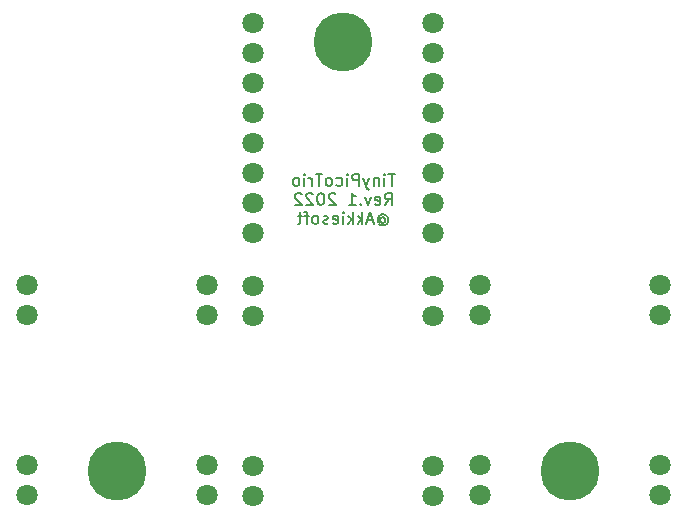
<source format=gbr>
%TF.GenerationSoftware,KiCad,Pcbnew,(6.0.5-0)*%
%TF.CreationDate,2022-06-14T22:50:01+09:00*%
%TF.ProjectId,tinypicotrio,74696e79-7069-4636-9f74-72696f2e6b69,rev?*%
%TF.SameCoordinates,Original*%
%TF.FileFunction,Soldermask,Bot*%
%TF.FilePolarity,Negative*%
%FSLAX46Y46*%
G04 Gerber Fmt 4.6, Leading zero omitted, Abs format (unit mm)*
G04 Created by KiCad (PCBNEW (6.0.5-0)) date 2022-06-14 22:50:01*
%MOMM*%
%LPD*%
G01*
G04 APERTURE LIST*
%ADD10C,0.150000*%
%ADD11C,5.000000*%
%ADD12C,1.800000*%
G04 APERTURE END LIST*
D10*
X152058142Y-100585380D02*
X151486714Y-100585380D01*
X151772428Y-101585380D02*
X151772428Y-100585380D01*
X151153380Y-101585380D02*
X151153380Y-100918714D01*
X151153380Y-100585380D02*
X151201000Y-100633000D01*
X151153380Y-100680619D01*
X151105761Y-100633000D01*
X151153380Y-100585380D01*
X151153380Y-100680619D01*
X150677190Y-100918714D02*
X150677190Y-101585380D01*
X150677190Y-101013952D02*
X150629571Y-100966333D01*
X150534333Y-100918714D01*
X150391476Y-100918714D01*
X150296238Y-100966333D01*
X150248619Y-101061571D01*
X150248619Y-101585380D01*
X149867666Y-100918714D02*
X149629571Y-101585380D01*
X149391476Y-100918714D02*
X149629571Y-101585380D01*
X149724809Y-101823476D01*
X149772428Y-101871095D01*
X149867666Y-101918714D01*
X149010523Y-101585380D02*
X149010523Y-100585380D01*
X148629571Y-100585380D01*
X148534333Y-100633000D01*
X148486714Y-100680619D01*
X148439095Y-100775857D01*
X148439095Y-100918714D01*
X148486714Y-101013952D01*
X148534333Y-101061571D01*
X148629571Y-101109190D01*
X149010523Y-101109190D01*
X148010523Y-101585380D02*
X148010523Y-100918714D01*
X148010523Y-100585380D02*
X148058142Y-100633000D01*
X148010523Y-100680619D01*
X147962904Y-100633000D01*
X148010523Y-100585380D01*
X148010523Y-100680619D01*
X147105761Y-101537761D02*
X147201000Y-101585380D01*
X147391476Y-101585380D01*
X147486714Y-101537761D01*
X147534333Y-101490142D01*
X147581952Y-101394904D01*
X147581952Y-101109190D01*
X147534333Y-101013952D01*
X147486714Y-100966333D01*
X147391476Y-100918714D01*
X147201000Y-100918714D01*
X147105761Y-100966333D01*
X146534333Y-101585380D02*
X146629571Y-101537761D01*
X146677190Y-101490142D01*
X146724809Y-101394904D01*
X146724809Y-101109190D01*
X146677190Y-101013952D01*
X146629571Y-100966333D01*
X146534333Y-100918714D01*
X146391476Y-100918714D01*
X146296238Y-100966333D01*
X146248619Y-101013952D01*
X146201000Y-101109190D01*
X146201000Y-101394904D01*
X146248619Y-101490142D01*
X146296238Y-101537761D01*
X146391476Y-101585380D01*
X146534333Y-101585380D01*
X145915285Y-100585380D02*
X145343857Y-100585380D01*
X145629571Y-101585380D02*
X145629571Y-100585380D01*
X145010523Y-101585380D02*
X145010523Y-100918714D01*
X145010523Y-101109190D02*
X144962904Y-101013952D01*
X144915285Y-100966333D01*
X144820047Y-100918714D01*
X144724809Y-100918714D01*
X144391476Y-101585380D02*
X144391476Y-100918714D01*
X144391476Y-100585380D02*
X144439095Y-100633000D01*
X144391476Y-100680619D01*
X144343857Y-100633000D01*
X144391476Y-100585380D01*
X144391476Y-100680619D01*
X143772428Y-101585380D02*
X143867666Y-101537761D01*
X143915285Y-101490142D01*
X143962904Y-101394904D01*
X143962904Y-101109190D01*
X143915285Y-101013952D01*
X143867666Y-100966333D01*
X143772428Y-100918714D01*
X143629571Y-100918714D01*
X143534333Y-100966333D01*
X143486714Y-101013952D01*
X143439095Y-101109190D01*
X143439095Y-101394904D01*
X143486714Y-101490142D01*
X143534333Y-101537761D01*
X143629571Y-101585380D01*
X143772428Y-101585380D01*
X151201000Y-103195380D02*
X151534333Y-102719190D01*
X151772428Y-103195380D02*
X151772428Y-102195380D01*
X151391476Y-102195380D01*
X151296238Y-102243000D01*
X151248619Y-102290619D01*
X151201000Y-102385857D01*
X151201000Y-102528714D01*
X151248619Y-102623952D01*
X151296238Y-102671571D01*
X151391476Y-102719190D01*
X151772428Y-102719190D01*
X150391476Y-103147761D02*
X150486714Y-103195380D01*
X150677190Y-103195380D01*
X150772428Y-103147761D01*
X150820047Y-103052523D01*
X150820047Y-102671571D01*
X150772428Y-102576333D01*
X150677190Y-102528714D01*
X150486714Y-102528714D01*
X150391476Y-102576333D01*
X150343857Y-102671571D01*
X150343857Y-102766809D01*
X150820047Y-102862047D01*
X150010523Y-102528714D02*
X149772428Y-103195380D01*
X149534333Y-102528714D01*
X149153380Y-103100142D02*
X149105761Y-103147761D01*
X149153380Y-103195380D01*
X149201000Y-103147761D01*
X149153380Y-103100142D01*
X149153380Y-103195380D01*
X148153380Y-103195380D02*
X148724809Y-103195380D01*
X148439095Y-103195380D02*
X148439095Y-102195380D01*
X148534333Y-102338238D01*
X148629571Y-102433476D01*
X148724809Y-102481095D01*
X147010523Y-102290619D02*
X146962904Y-102243000D01*
X146867666Y-102195380D01*
X146629571Y-102195380D01*
X146534333Y-102243000D01*
X146486714Y-102290619D01*
X146439095Y-102385857D01*
X146439095Y-102481095D01*
X146486714Y-102623952D01*
X147058142Y-103195380D01*
X146439095Y-103195380D01*
X145820047Y-102195380D02*
X145724809Y-102195380D01*
X145629571Y-102243000D01*
X145581952Y-102290619D01*
X145534333Y-102385857D01*
X145486714Y-102576333D01*
X145486714Y-102814428D01*
X145534333Y-103004904D01*
X145581952Y-103100142D01*
X145629571Y-103147761D01*
X145724809Y-103195380D01*
X145820047Y-103195380D01*
X145915285Y-103147761D01*
X145962904Y-103100142D01*
X146010523Y-103004904D01*
X146058142Y-102814428D01*
X146058142Y-102576333D01*
X146010523Y-102385857D01*
X145962904Y-102290619D01*
X145915285Y-102243000D01*
X145820047Y-102195380D01*
X145105761Y-102290619D02*
X145058142Y-102243000D01*
X144962904Y-102195380D01*
X144724809Y-102195380D01*
X144629571Y-102243000D01*
X144581952Y-102290619D01*
X144534333Y-102385857D01*
X144534333Y-102481095D01*
X144581952Y-102623952D01*
X145153380Y-103195380D01*
X144534333Y-103195380D01*
X144153380Y-102290619D02*
X144105761Y-102243000D01*
X144010523Y-102195380D01*
X143772428Y-102195380D01*
X143677190Y-102243000D01*
X143629571Y-102290619D01*
X143581952Y-102385857D01*
X143581952Y-102481095D01*
X143629571Y-102623952D01*
X144201000Y-103195380D01*
X143581952Y-103195380D01*
X150820047Y-104329190D02*
X150867666Y-104281571D01*
X150962904Y-104233952D01*
X151058142Y-104233952D01*
X151153380Y-104281571D01*
X151201000Y-104329190D01*
X151248619Y-104424428D01*
X151248619Y-104519666D01*
X151201000Y-104614904D01*
X151153380Y-104662523D01*
X151058142Y-104710142D01*
X150962904Y-104710142D01*
X150867666Y-104662523D01*
X150820047Y-104614904D01*
X150820047Y-104233952D02*
X150820047Y-104614904D01*
X150772428Y-104662523D01*
X150724809Y-104662523D01*
X150629571Y-104614904D01*
X150581952Y-104519666D01*
X150581952Y-104281571D01*
X150677190Y-104138714D01*
X150820047Y-104043476D01*
X151010523Y-103995857D01*
X151201000Y-104043476D01*
X151343857Y-104138714D01*
X151439095Y-104281571D01*
X151486714Y-104472047D01*
X151439095Y-104662523D01*
X151343857Y-104805380D01*
X151201000Y-104900619D01*
X151010523Y-104948238D01*
X150820047Y-104900619D01*
X150677190Y-104805380D01*
X150201000Y-104519666D02*
X149724809Y-104519666D01*
X150296238Y-104805380D02*
X149962904Y-103805380D01*
X149629571Y-104805380D01*
X149296238Y-104805380D02*
X149296238Y-103805380D01*
X149201000Y-104424428D02*
X148915285Y-104805380D01*
X148915285Y-104138714D02*
X149296238Y-104519666D01*
X148486714Y-104805380D02*
X148486714Y-103805380D01*
X148391476Y-104424428D02*
X148105761Y-104805380D01*
X148105761Y-104138714D02*
X148486714Y-104519666D01*
X147677190Y-104805380D02*
X147677190Y-104138714D01*
X147677190Y-103805380D02*
X147724809Y-103853000D01*
X147677190Y-103900619D01*
X147629571Y-103853000D01*
X147677190Y-103805380D01*
X147677190Y-103900619D01*
X146820047Y-104757761D02*
X146915285Y-104805380D01*
X147105761Y-104805380D01*
X147201000Y-104757761D01*
X147248619Y-104662523D01*
X147248619Y-104281571D01*
X147201000Y-104186333D01*
X147105761Y-104138714D01*
X146915285Y-104138714D01*
X146820047Y-104186333D01*
X146772428Y-104281571D01*
X146772428Y-104376809D01*
X147248619Y-104472047D01*
X146391476Y-104757761D02*
X146296238Y-104805380D01*
X146105761Y-104805380D01*
X146010523Y-104757761D01*
X145962904Y-104662523D01*
X145962904Y-104614904D01*
X146010523Y-104519666D01*
X146105761Y-104472047D01*
X146248619Y-104472047D01*
X146343857Y-104424428D01*
X146391476Y-104329190D01*
X146391476Y-104281571D01*
X146343857Y-104186333D01*
X146248619Y-104138714D01*
X146105761Y-104138714D01*
X146010523Y-104186333D01*
X145391476Y-104805380D02*
X145486714Y-104757761D01*
X145534333Y-104710142D01*
X145581952Y-104614904D01*
X145581952Y-104329190D01*
X145534333Y-104233952D01*
X145486714Y-104186333D01*
X145391476Y-104138714D01*
X145248619Y-104138714D01*
X145153380Y-104186333D01*
X145105761Y-104233952D01*
X145058142Y-104329190D01*
X145058142Y-104614904D01*
X145105761Y-104710142D01*
X145153380Y-104757761D01*
X145248619Y-104805380D01*
X145391476Y-104805380D01*
X144772428Y-104138714D02*
X144391476Y-104138714D01*
X144629571Y-104805380D02*
X144629571Y-103948238D01*
X144581952Y-103853000D01*
X144486714Y-103805380D01*
X144391476Y-103805380D01*
X144201000Y-104138714D02*
X143820047Y-104138714D01*
X144058142Y-103805380D02*
X144058142Y-104662523D01*
X144010523Y-104757761D01*
X143915285Y-104805380D01*
X143820047Y-104805380D01*
D11*
%TO.C,REF\u002A\u002A*%
X147701000Y-89408000D03*
%TD*%
%TO.C,REF\u002A\u002A*%
X166878000Y-125730000D03*
%TD*%
D12*
%TO.C,SW3*%
X159258000Y-112559000D03*
X174498000Y-125259000D03*
X159258000Y-127799000D03*
X174498000Y-110019000D03*
X174498000Y-127799000D03*
X159258000Y-125259000D03*
X159258000Y-110019000D03*
X174498000Y-112559000D03*
%TD*%
D11*
%TO.C,REF\u002A\u002A*%
X128524000Y-125730000D03*
%TD*%
D12*
%TO.C,SW1*%
X136144000Y-125259000D03*
X120904000Y-112559000D03*
X120904000Y-127799000D03*
X136144000Y-110019000D03*
X136144000Y-112559000D03*
X120904000Y-125259000D03*
X136144000Y-127799000D03*
X120904000Y-110019000D03*
%TD*%
%TO.C,SW2*%
X140081000Y-112612000D03*
X155321000Y-125312000D03*
X155321000Y-110072000D03*
X140081000Y-127852000D03*
X155321000Y-127852000D03*
X140081000Y-125312000D03*
X155321000Y-112612000D03*
X140081000Y-110072000D03*
%TD*%
%TO.C,U1*%
X155321000Y-87794000D03*
X155321000Y-90334000D03*
X155321000Y-92874000D03*
X155321000Y-95414000D03*
X155321000Y-97954000D03*
X155321000Y-100494000D03*
X155321000Y-103034000D03*
X155321000Y-105574000D03*
X140081000Y-105574000D03*
X140081000Y-103034000D03*
X140081000Y-100494000D03*
X140081000Y-97954000D03*
X140081000Y-95414000D03*
X140081000Y-92874000D03*
X140081000Y-90334000D03*
X140081000Y-87794000D03*
%TD*%
M02*

</source>
